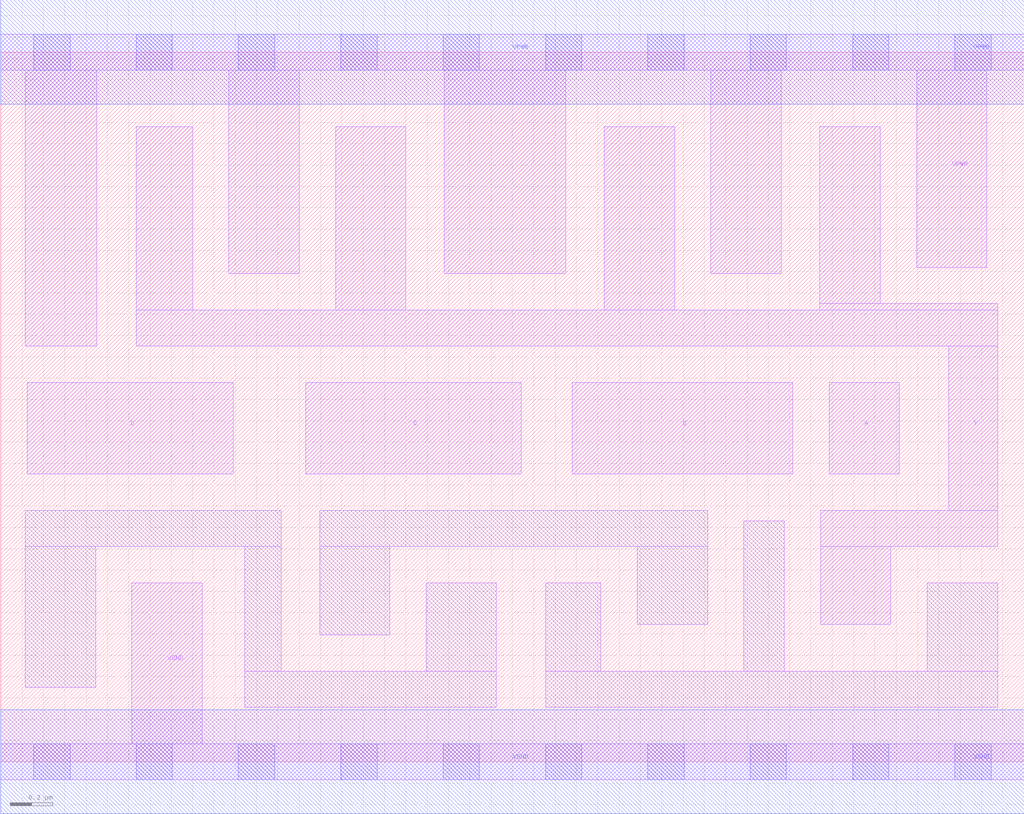
<source format=lef>
# Copyright 2020 The SkyWater PDK Authors
#
# Licensed under the Apache License, Version 2.0 (the "License");
# you may not use this file except in compliance with the License.
# You may obtain a copy of the License at
#
#     https://www.apache.org/licenses/LICENSE-2.0
#
# Unless required by applicable law or agreed to in writing, software
# distributed under the License is distributed on an "AS IS" BASIS,
# WITHOUT WARRANTIES OR CONDITIONS OF ANY KIND, either express or implied.
# See the License for the specific language governing permissions and
# limitations under the License.
#
# SPDX-License-Identifier: Apache-2.0

VERSION 5.7 ;
  NAMESCASESENSITIVE ON ;
  NOWIREEXTENSIONATPIN ON ;
  DIVIDERCHAR "/" ;
  BUSBITCHARS "[]" ;
UNITS
  DATABASE MICRONS 200 ;
END UNITS
MACRO sky130_fd_sc_ms__nand4_2
  CLASS CORE ;
  SOURCE USER ;
  FOREIGN sky130_fd_sc_ms__nand4_2 ;
  ORIGIN  0.000000  0.000000 ;
  SIZE  4.800000 BY  3.330000 ;
  SYMMETRY X Y ;
  SITE unit ;
  PIN A
    ANTENNAGATEAREA  0.625200 ;
    DIRECTION INPUT ;
    USE SIGNAL ;
    PORT
      LAYER li1 ;
        RECT 3.885000 1.350000 4.215000 1.780000 ;
    END
  END A
  PIN B
    ANTENNAGATEAREA  0.625200 ;
    DIRECTION INPUT ;
    USE SIGNAL ;
    PORT
      LAYER li1 ;
        RECT 2.680000 1.350000 3.715000 1.780000 ;
    END
  END B
  PIN C
    ANTENNAGATEAREA  0.625200 ;
    DIRECTION INPUT ;
    USE SIGNAL ;
    PORT
      LAYER li1 ;
        RECT 1.430000 1.350000 2.440000 1.780000 ;
    END
  END C
  PIN D
    ANTENNAGATEAREA  0.625200 ;
    DIRECTION INPUT ;
    USE SIGNAL ;
    PORT
      LAYER li1 ;
        RECT 0.125000 1.350000 1.090000 1.780000 ;
    END
  END D
  PIN Y
    ANTENNADIFFAREA  1.498800 ;
    DIRECTION OUTPUT ;
    USE SIGNAL ;
    PORT
      LAYER li1 ;
        RECT 0.635000 1.950000 4.675000 2.120000 ;
        RECT 0.635000 2.120000 0.900000 2.980000 ;
        RECT 1.570000 2.120000 1.900000 2.980000 ;
        RECT 2.830000 2.120000 3.160000 2.980000 ;
        RECT 3.840000 2.120000 4.675000 2.150000 ;
        RECT 3.840000 2.150000 4.125000 2.980000 ;
        RECT 3.845000 0.645000 4.175000 1.010000 ;
        RECT 3.845000 1.010000 4.675000 1.180000 ;
        RECT 4.445000 1.180000 4.675000 1.950000 ;
    END
  END Y
  PIN VGND
    DIRECTION INOUT ;
    USE GROUND ;
    PORT
      LAYER li1 ;
        RECT 0.000000 -0.085000 4.800000 0.085000 ;
        RECT 0.615000  0.085000 0.945000 0.840000 ;
      LAYER mcon ;
        RECT 0.155000 -0.085000 0.325000 0.085000 ;
        RECT 0.635000 -0.085000 0.805000 0.085000 ;
        RECT 1.115000 -0.085000 1.285000 0.085000 ;
        RECT 1.595000 -0.085000 1.765000 0.085000 ;
        RECT 2.075000 -0.085000 2.245000 0.085000 ;
        RECT 2.555000 -0.085000 2.725000 0.085000 ;
        RECT 3.035000 -0.085000 3.205000 0.085000 ;
        RECT 3.515000 -0.085000 3.685000 0.085000 ;
        RECT 3.995000 -0.085000 4.165000 0.085000 ;
        RECT 4.475000 -0.085000 4.645000 0.085000 ;
      LAYER met1 ;
        RECT 0.000000 -0.245000 4.800000 0.245000 ;
    END
  END VGND
  PIN VPWR
    DIRECTION INOUT ;
    USE POWER ;
    PORT
      LAYER li1 ;
        RECT 0.000000 3.245000 4.800000 3.415000 ;
        RECT 0.115000 1.950000 0.450000 3.245000 ;
        RECT 1.070000 2.290000 1.400000 3.245000 ;
        RECT 2.080000 2.290000 2.650000 3.245000 ;
        RECT 3.330000 2.290000 3.660000 3.245000 ;
        RECT 4.295000 2.320000 4.625000 3.245000 ;
      LAYER mcon ;
        RECT 0.155000 3.245000 0.325000 3.415000 ;
        RECT 0.635000 3.245000 0.805000 3.415000 ;
        RECT 1.115000 3.245000 1.285000 3.415000 ;
        RECT 1.595000 3.245000 1.765000 3.415000 ;
        RECT 2.075000 3.245000 2.245000 3.415000 ;
        RECT 2.555000 3.245000 2.725000 3.415000 ;
        RECT 3.035000 3.245000 3.205000 3.415000 ;
        RECT 3.515000 3.245000 3.685000 3.415000 ;
        RECT 3.995000 3.245000 4.165000 3.415000 ;
        RECT 4.475000 3.245000 4.645000 3.415000 ;
      LAYER met1 ;
        RECT 0.000000 3.085000 4.800000 3.575000 ;
    END
  END VPWR
  OBS
    LAYER li1 ;
      RECT 0.115000 0.350000 0.445000 1.010000 ;
      RECT 0.115000 1.010000 1.315000 1.180000 ;
      RECT 1.145000 0.255000 2.325000 0.425000 ;
      RECT 1.145000 0.425000 1.315000 1.010000 ;
      RECT 1.495000 0.595000 1.825000 1.010000 ;
      RECT 1.495000 1.010000 3.315000 1.180000 ;
      RECT 1.995000 0.425000 2.325000 0.840000 ;
      RECT 2.555000 0.255000 4.675000 0.425000 ;
      RECT 2.555000 0.425000 2.815000 0.840000 ;
      RECT 2.985000 0.645000 3.315000 1.010000 ;
      RECT 3.485000 0.425000 3.675000 1.130000 ;
      RECT 4.345000 0.425000 4.675000 0.840000 ;
  END
END sky130_fd_sc_ms__nand4_2

</source>
